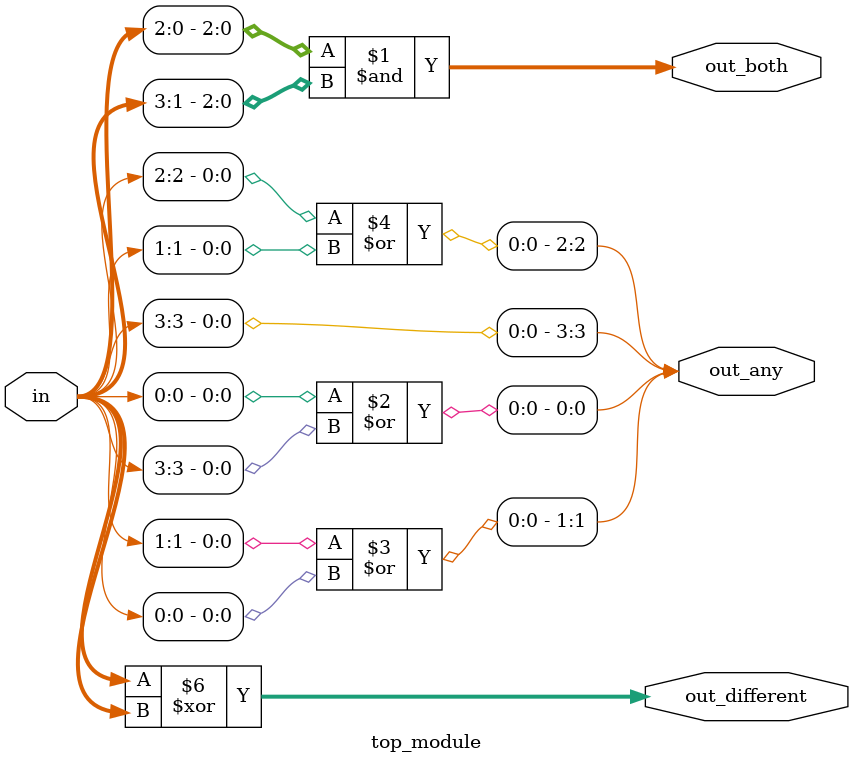
<source format=sv>
module top_module (
    input [3:0] in,
    output [2:0] out_both,
    output [3:0] out_any,
    output [3:0] out_different
);

    // Bitwise AND operation, outputs 3 bits
    assign out_both = in[2:0] & in[3:1];

    // Bitwise OR operation, outputs 4 bits
    assign out_any = {in[3] | in[3], in[2] | in[1], in[1] | in[0], in[0] | in[3]};

    // Bitwise XOR operation, outputs 4 bits 
    assign out_different = in ^ {in[3:1], in[0]};

endmodule

</source>
